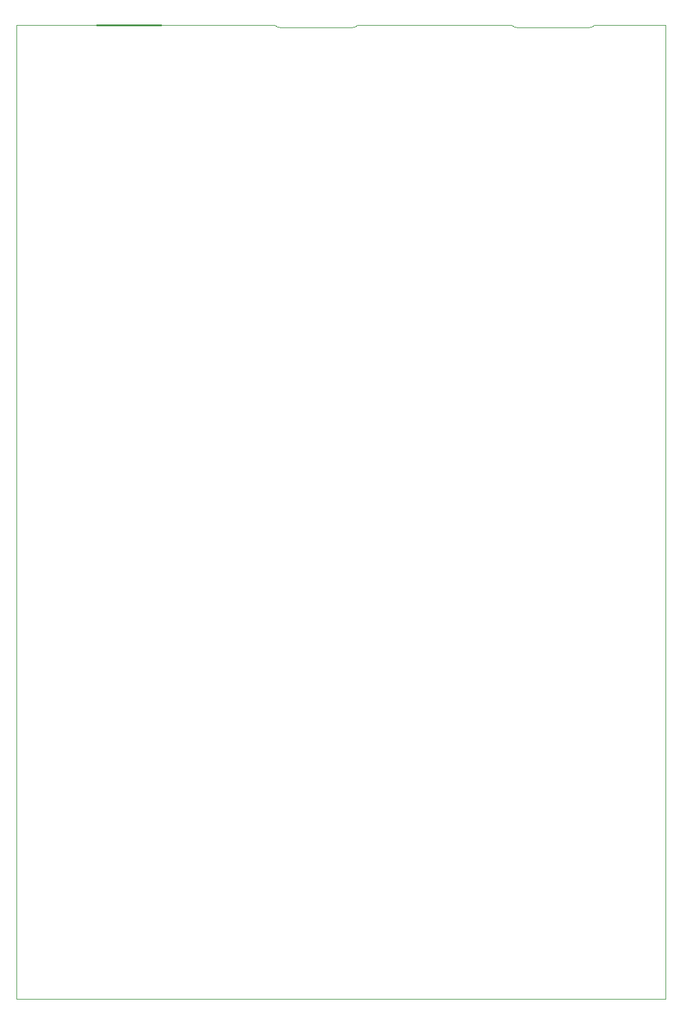
<source format=gm1>
%FSLAX43Y43*%
%MOMM*%
G71*
G01*
G75*
G04 Layer_Color=16711935*
%ADD10C,0.175*%
%ADD11R,0.600X0.900*%
%ADD12R,0.800X0.650*%
%ADD13R,0.900X0.600*%
%ADD14R,0.650X0.800*%
%ADD15R,0.500X0.650*%
%ADD16R,0.600X0.550*%
%ADD17R,1.050X0.600*%
%ADD18R,0.550X0.600*%
%ADD19R,0.700X0.700*%
%ADD20R,1.000X2.250*%
%ADD21R,1.200X1.200*%
%ADD22R,1.200X1.200*%
%ADD23R,0.400X1.350*%
%ADD24R,1.100X0.600*%
%ADD25R,1.100X1.000*%
%ADD26R,0.700X0.700*%
%ADD27R,0.650X0.500*%
%ADD28R,1.500X2.400*%
%ADD29R,2.200X1.500*%
%ADD30R,1.092X1.600*%
%ADD31R,1.600X1.092*%
%ADD32R,1.350X1.500*%
%ADD33R,1.500X1.350*%
%ADD34R,0.762X0.762*%
%ADD35R,0.500X0.600*%
%ADD36R,0.762X0.762*%
%ADD37R,0.950X1.000*%
%ADD38R,2.800X1.400*%
%ADD39R,1.600X1.300*%
%ADD40R,1.300X1.600*%
%ADD41R,0.950X1.750*%
%ADD42R,2.500X4.600*%
%ADD43R,2.200X0.600*%
%ADD44R,0.300X1.700*%
%ADD45O,0.300X1.700*%
%ADD46O,1.700X0.300*%
%ADD47R,0.850X0.300*%
%ADD48R,1.300X1.400*%
%ADD49R,0.230X0.500*%
%ADD50R,0.500X0.230*%
%ADD51R,3.400X3.400*%
%ADD52C,0.320*%
%ADD53R,0.600X1.100*%
%ADD54R,4.100X3.500*%
%ADD55R,0.350X0.675*%
%ADD56R,2.500X1.700*%
%ADD57R,1.400X1.600*%
%ADD58R,0.700X0.300*%
%ADD59O,0.200X0.700*%
%ADD60O,0.700X0.200*%
%ADD61R,2.800X2.800*%
%ADD62R,1.000X1.600*%
%ADD63R,3.000X2.500*%
%ADD64R,1.200X2.000*%
%ADD65R,0.610X4.600*%
%ADD66R,2.000X4.900*%
%ADD67R,0.810X4.600*%
%ADD68R,1.100X0.300*%
%ADD69R,3.100X2.300*%
%ADD70R,2.270X0.280*%
%ADD71R,0.430X2.540*%
%ADD72R,0.430X4.700*%
%ADD73R,3.200X1.270*%
%ADD74R,3.683X1.270*%
%ADD75R,0.740X2.790*%
%ADD76C,0.180*%
%ADD77C,0.200*%
%ADD78C,0.150*%
%ADD79C,0.300*%
%ADD80C,0.165*%
%ADD81C,0.185*%
%ADD82C,0.127*%
%ADD83R,1.800X1.900*%
%ADD84R,0.300X0.900*%
%ADD85C,3.600*%
%ADD86R,1.700X1.700*%
G04:AMPARAMS|DCode=87|XSize=1.05mm|YSize=1.25mm|CornerRadius=0.525mm|HoleSize=0mm|Usage=FLASHONLY|Rotation=180.000|XOffset=0mm|YOffset=0mm|HoleType=Round|Shape=RoundedRectangle|*
%AMROUNDEDRECTD87*
21,1,1.050,0.200,0,0,180.0*
21,1,0.000,1.250,0,0,180.0*
1,1,1.050,0.000,0.100*
1,1,1.050,0.000,0.100*
1,1,1.050,0.000,-0.100*
1,1,1.050,0.000,-0.100*
%
%ADD87ROUNDEDRECTD87*%
G04:AMPARAMS|DCode=88|XSize=2.1mm|YSize=1.9mm|CornerRadius=0.494mm|HoleSize=0mm|Usage=FLASHONLY|Rotation=180.000|XOffset=0mm|YOffset=0mm|HoleType=Round|Shape=RoundedRectangle|*
%AMROUNDEDRECTD88*
21,1,2.100,0.912,0,0,180.0*
21,1,1.112,1.900,0,0,180.0*
1,1,0.988,-0.556,0.456*
1,1,0.988,0.556,0.456*
1,1,0.988,0.556,-0.456*
1,1,0.988,-0.556,-0.456*
%
%ADD88ROUNDEDRECTD88*%
%ADD89C,1.700*%
%ADD90R,1.700X1.700*%
%ADD91C,1.500*%
%ADD92R,5.000X2.400*%
%ADD93R,5.000X2.200*%
%ADD94R,2.200X4.500*%
%ADD95C,1.020*%
%ADD96C,1.000*%
%ADD97C,0.550*%
%ADD98C,0.400*%
%ADD99C,0.700*%
%ADD100C,0.660*%
%ADD101C,1.016*%
%ADD102C,0.500*%
%ADD103C,1.600*%
G04:AMPARAMS|DCode=104|XSize=2.524mm|YSize=2.524mm|CornerRadius=0mm|HoleSize=0mm|Usage=FLASHONLY|Rotation=0.000|XOffset=0mm|YOffset=0mm|HoleType=Round|Shape=Relief|Width=0.254mm|Gap=0.254mm|Entries=4|*
%AMTHD104*
7,0,0,2.524,2.016,0.254,45*
%
%ADD104THD104*%
%ADD105O,1.250X1.450*%
%ADD106O,1.425X2.100*%
%ADD107C,1.900*%
%ADD108C,2.100*%
%ADD109C,3.600*%
%AMTHOVALD110*
21,1,1.800,2.724,0,0,0.0*
1,1,2.724,-0.900,0.000*
1,1,2.724,0.900,0.000*
21,0,1.800,2.216,0,0,0.0*
1,0,2.216,-0.900,0.000*
1,0,2.216,0.900,0.000*
4,0,4,-0.810,-0.090,-1.773,-1.053,-1.953,-0.873,-0.990,0.090,-0.810,-0.090,0.0*
4,0,4,0.990,-0.090,1.953,0.873,1.773,1.053,0.810,0.090,0.990,-0.090,0.0*
4,0,4,-0.990,-0.090,-1.953,0.873,-1.773,1.053,-0.810,0.090,-0.990,-0.090,0.0*
4,0,4,0.810,-0.090,1.773,-1.053,1.953,-0.873,0.990,0.090,0.810,-0.090,0.0*
%
%ADD110THOVALD110*%

%ADD111O,4.100X1.800*%
%AMTHOVALD112*
21,1,1.700,2.824,0,0,270.0*
1,1,2.824,0.000,0.850*
1,1,2.824,0.000,-0.850*
21,0,1.700,2.316,0,0,270.0*
1,0,2.316,0.000,0.850*
1,0,2.316,0.000,-0.850*
4,0,4,-0.090,0.760,-1.088,1.759,-0.909,1.938,0.090,0.940,-0.090,0.760,0.0*
4,0,4,-0.090,-0.940,0.909,-1.938,1.088,-1.759,0.090,-0.760,-0.090,-0.940,0.0*
4,0,4,-0.090,0.940,0.909,1.938,1.088,1.759,0.090,0.760,-0.090,0.940,0.0*
4,0,4,-0.090,-0.760,-1.088,-1.759,-0.909,-1.938,0.090,-0.940,-0.090,-0.760,0.0*
%
%ADD112THOVALD112*%

%ADD113C,1.620*%
%ADD114C,1.790*%
%ADD115C,0.850*%
%ADD116C,0.800*%
%ADD117C,0.930*%
%ADD118C,3.300*%
%ADD119O,3.600X1.800*%
%ADD120O,1.900X3.600*%
%ADD121C,0.950*%
%ADD122C,0.800*%
%ADD123C,1.270*%
%ADD124R,1.300X0.600*%
%ADD125R,3.700X0.980*%
%ADD126R,0.600X1.300*%
%ADD127R,0.650X1.050*%
%ADD128R,0.980X3.700*%
%ADD129R,1.400X0.600*%
%ADD130R,0.350X0.850*%
%ADD131R,1.700X0.350*%
%ADD132C,0.280*%
%ADD133O,0.280X0.850*%
%ADD134O,0.850X0.280*%
%ADD135R,2.700X2.700*%
%ADD136R,0.700X0.230*%
%ADD137R,0.230X0.700*%
%ADD138O,1.524X0.381*%
%ADD139R,2.000X1.100*%
%ADD140R,3.000X3.000*%
%ADD141R,0.800X2.000*%
%ADD142C,0.125*%
%ADD143R,0.312X0.829*%
%ADD144R,1.490X0.201*%
%ADD145R,1.507X0.242*%
%ADD146C,0.254*%
%ADD147C,0.250*%
%ADD148C,0.600*%
%ADD149C,1.000*%
%ADD150C,0.100*%
%ADD151C,0.112*%
%ADD152R,2.100X2.100*%
%ADD153R,2.100X2.100*%
%ADD154C,0.264*%
%ADD155R,1.750X1.750*%
%ADD156R,0.870X0.870*%
%ADD157R,1.125X1.550*%
%ADD158R,1.700X1.700*%
%ADD159R,0.000X0.000*%
%ADD160R,1.350X1.550*%
%ADD161R,1.300X1.400*%
%ADD162R,0.510X0.900*%
%ADD163R,0.850X1.950*%
%ADD164R,0.700X1.000*%
%ADD165R,0.900X0.750*%
%ADD166R,1.000X0.700*%
%ADD167R,0.750X0.900*%
%ADD168R,0.600X0.750*%
%ADD169R,0.700X0.650*%
%ADD170R,1.150X0.700*%
%ADD171R,0.650X0.700*%
%ADD172R,0.800X0.800*%
%ADD173R,1.100X2.350*%
%ADD174R,1.300X1.300*%
%ADD175R,1.300X1.300*%
%ADD176R,0.500X1.450*%
%ADD177R,1.200X0.700*%
%ADD178R,1.200X1.100*%
%ADD179R,0.800X0.800*%
%ADD180R,0.750X0.600*%
%ADD181R,1.600X2.500*%
%ADD182R,2.300X1.600*%
%ADD183R,1.192X1.700*%
%ADD184R,1.700X1.192*%
%ADD185R,1.450X1.600*%
%ADD186R,1.600X1.450*%
%ADD187R,0.862X0.862*%
%ADD188R,0.600X0.700*%
%ADD189R,0.862X0.862*%
%ADD190R,1.050X1.100*%
%ADD191R,2.900X1.500*%
%ADD192R,1.700X1.400*%
%ADD193R,1.400X1.700*%
%ADD194R,1.050X1.850*%
%ADD195R,2.600X4.700*%
%ADD196R,2.300X0.700*%
%ADD197R,0.400X1.800*%
%ADD198O,0.400X1.800*%
%ADD199O,1.800X0.400*%
%ADD200R,0.950X0.400*%
%ADD201R,1.400X1.500*%
%ADD202R,0.330X0.600*%
%ADD203R,0.600X0.330*%
%ADD204R,3.500X3.500*%
%ADD205C,0.470*%
%ADD206R,0.700X1.200*%
%ADD207R,4.200X3.600*%
%ADD208R,0.450X0.775*%
%ADD209R,2.600X1.800*%
%ADD210R,1.550X1.750*%
%ADD211R,0.850X0.450*%
%ADD212O,0.300X0.800*%
%ADD213O,0.800X0.300*%
%ADD214R,2.900X2.900*%
%ADD215R,1.100X1.700*%
%ADD216R,3.100X2.600*%
%ADD217R,1.300X2.100*%
%ADD218R,0.710X4.700*%
%ADD219R,2.100X5.000*%
%ADD220R,0.910X4.700*%
%ADD221R,1.200X0.400*%
%ADD222R,3.200X2.400*%
%ADD223R,2.370X0.380*%
%ADD224R,0.530X2.640*%
%ADD225R,0.530X4.800*%
%ADD226R,3.300X1.370*%
%ADD227R,3.783X1.370*%
%ADD228R,0.840X2.890*%
%ADD229R,1.900X2.000*%
%ADD230C,3.700*%
%ADD231R,1.800X1.800*%
G04:AMPARAMS|DCode=232|XSize=1.15mm|YSize=1.35mm|CornerRadius=0.575mm|HoleSize=0mm|Usage=FLASHONLY|Rotation=180.000|XOffset=0mm|YOffset=0mm|HoleType=Round|Shape=RoundedRectangle|*
%AMROUNDEDRECTD232*
21,1,1.150,0.200,0,0,180.0*
21,1,0.000,1.350,0,0,180.0*
1,1,1.150,0.000,0.100*
1,1,1.150,0.000,0.100*
1,1,1.150,0.000,-0.100*
1,1,1.150,0.000,-0.100*
%
%ADD232ROUNDEDRECTD232*%
G04:AMPARAMS|DCode=233|XSize=2.2mm|YSize=2mm|CornerRadius=0.544mm|HoleSize=0mm|Usage=FLASHONLY|Rotation=180.000|XOffset=0mm|YOffset=0mm|HoleType=Round|Shape=RoundedRectangle|*
%AMROUNDEDRECTD233*
21,1,2.200,0.912,0,0,180.0*
21,1,1.112,2.000,0,0,180.0*
1,1,1.088,-0.556,0.456*
1,1,1.088,0.556,0.456*
1,1,1.088,0.556,-0.456*
1,1,1.088,-0.556,-0.456*
%
%ADD233ROUNDEDRECTD233*%
%ADD234C,1.800*%
%ADD235C,0.100*%
%ADD236R,1.800X1.800*%
%ADD237R,0.100X0.100*%
%ADD238R,5.100X2.500*%
%ADD239R,5.100X2.300*%
%ADD240R,2.300X4.600*%
%ADD241C,1.120*%
%ADD242C,1.100*%
%ADD243C,0.650*%
%ADD244C,0.900*%
%ADD245C,1.370*%
%ADD246R,1.400X0.700*%
%ADD247R,3.800X1.080*%
%ADD248R,0.700X1.400*%
%ADD249R,0.750X1.150*%
%ADD250R,1.080X3.800*%
%ADD251R,1.500X0.700*%
%ADD252R,0.450X0.950*%
%ADD253R,1.800X0.450*%
%ADD254C,0.380*%
%ADD255O,0.380X0.950*%
%ADD256O,0.950X0.380*%
%ADD257R,0.800X0.330*%
%ADD258R,0.330X0.800*%
%ADD259O,1.624X0.481*%
%ADD260R,2.400X1.500*%
%ADD261R,3.400X3.400*%
%ADD262R,1.200X2.400*%
%ADD263C,0.600*%
%ADD264R,0.700X0.700*%
%ADD265R,3.450X0.730*%
%ADD266R,0.730X3.450*%
%ADD267C,0.400*%
%ADD268C,0.152*%
%ADD269R,1.055X16.800*%
%ADD270R,1.900X1.550*%
%ADD271R,1.900X1.400*%
%ADD272R,1.900X3.400*%
%ADD273R,1.905X4.325*%
D146*
X-78950Y0D02*
X-69950D01*
D150*
X-54209Y-1D02*
G03*
X-53434Y-350I776J686D01*
G01*
X-43434Y-350D02*
G03*
X-42659Y-1I0J1036D01*
G01*
X-10600Y-350D02*
G03*
X-9825Y-1I0J1036D01*
G01*
X-21375D02*
G03*
X-20600Y-350I776J686D01*
G01*
X-90000Y-135000D02*
X0D01*
X-53434Y-350D02*
X-43434D01*
X0Y-135000D02*
Y0D01*
X-90000Y-135000D02*
Y0D01*
X-54209D01*
X-19100Y-353D02*
X-12082D01*
X-9825Y0D02*
X0D01*
X-42659D02*
X-21375D01*
X-20600Y-350D02*
X-10600D01*
X-19350D02*
X-11850D01*
X-52184D02*
X-44684D01*
M02*

</source>
